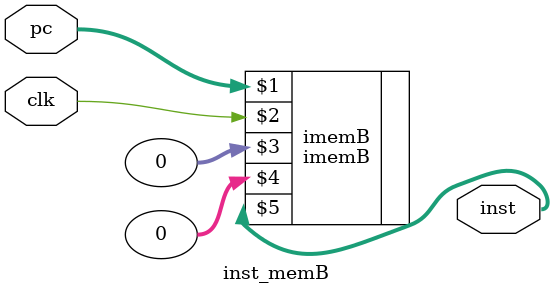
<source format=sv>
module inst_memB( input logic clk,
                 input logic [15:0]  pc,
                 output logic [15:0] inst );
   
   imemB imemB( pc, clk, 0, 0, inst );
   
endmodule

</source>
